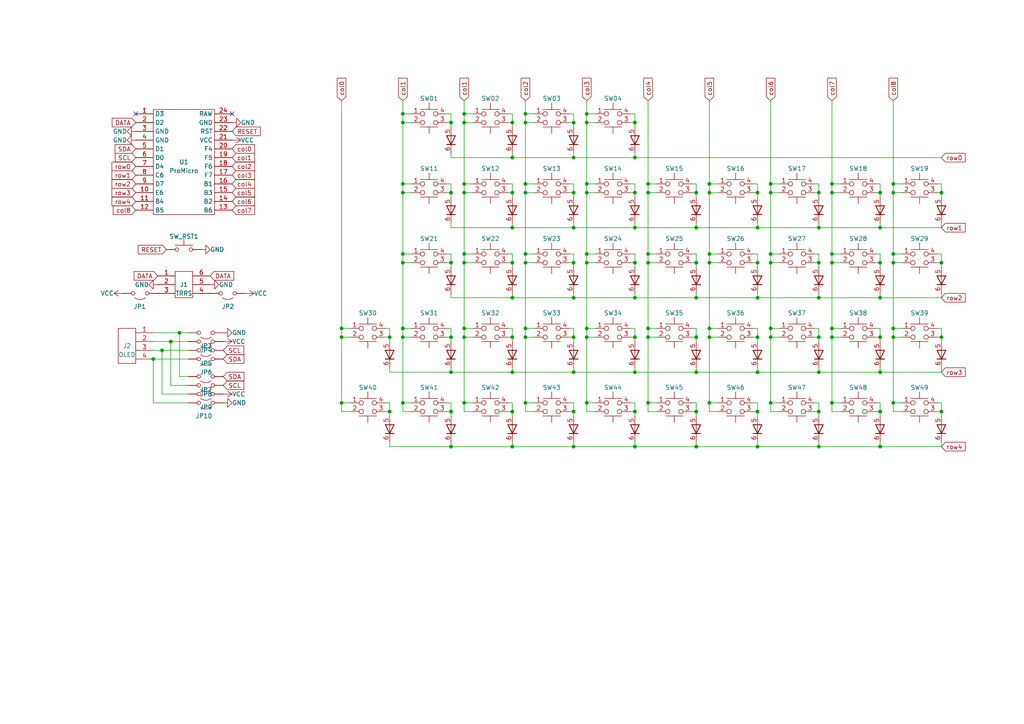
<source format=kicad_sch>
(kicad_sch (version 20230121) (generator eeschema)
  (paper "A4")
  (lib_symbols
    (symbol "Jumper:Jumper_2_Open" (pin_numbers hide) (pin_names (offset 0) hide)
      (property "Reference" "JP" (at 0 2.794 0))
      (property "Value" "Jumper_2_Open" (at 0 -2.286 0))
      (symbol "Jumper_2_Open_0_0"
        (circle (center -2.032 0) (radius 0.508))
        (circle (center 2.032 0) (radius 0.508))
      )
      (symbol "Jumper_2_Open_0_1"
        (arc (start 1.524 1.27) (mid 0 1.778) (end -1.524 1.27))
      )
      (symbol "Jumper_2_Open_1_1"
        (pin passive line (at -5.08 0 0) (length 2.54) (name "A") (number "1"))
        (pin passive line (at 5.08 0 180) (length 2.54) (name "B") (number "2"))
      )
    )
    (symbol "Jumper_2_Open_1" (pin_numbers hide) (pin_names (offset 0) hide)
      (property "Reference" "JP" (at 0 2.794 0))
      (property "Value" "Jumper_2_Open" (at 0 -2.286 0))
      (symbol "Jumper_2_Open_1_0_0"
        (circle (center -2.032 0) (radius 0.508))
        (circle (center 2.032 0) (radius 0.508))
      )
      (symbol "Jumper_2_Open_1_0_1"
        (arc (start 1.524 1.27) (mid 0 1.778) (end -1.524 1.27))
      )
      (symbol "Jumper_2_Open_1_1_1"
        (pin passive line (at -5.08 0 0) (length 2.54) (name "A") (number "1"))
        (pin passive line (at 5.08 0 180) (length 2.54) (name "B") (number "2"))
      )
    )
    (symbol "Switch:SW_Push" (pin_numbers hide) (pin_names (offset 1.016) hide)
      (property "Reference" "SW" (at 1.27 2.54 0))
      (property "Value" "SW_Push" (at 0 -1.524 0))
      (symbol "SW_Push_0_1"
        (circle (center -2.032 0) (radius 0.508))
        (polyline (pts (xy 0 1.27) (xy 0 3.048)))
        (polyline (pts (xy 2.54 1.27) (xy -2.54 1.27)))
        (circle (center 2.032 0) (radius 0.508))
        (pin passive line (at -5.08 0 0) (length 2.54) (name "1") (number "1"))
        (pin passive line (at 5.08 0 180) (length 2.54) (name "2") (number "2"))
      )
    )
    (symbol "myles-keyboard:Key"
      (property "Reference" "SW" (at 0 5.715 0))
      (property "Value" "Key" (at 0 -5.715 0))
      (symbol "Key_0_1"
        (circle (center -1.905 -1.27) (radius 0.635))
        (circle (center -1.905 1.27) (radius 0.635))
        (polyline (pts (xy -2.54 -2.54) (xy 2.54 -2.54)))
        (polyline (pts (xy -2.54 2.54) (xy 2.54 2.54)))
        (polyline (pts (xy 0 -4.445) (xy 0 -2.54)))
        (polyline (pts (xy 0 2.54) (xy 0 4.445)))
        (polyline (pts (xy 5.08 -7.62) (xy 7.62 -7.62)) (stroke (width 0.254)))
        (polyline (pts (xy 6.35 -5.08) (xy 6.35 -7.62)))
        (polyline (pts (xy 5.08 -5.08) (xy 7.62 -5.08) (xy 6.35 -7.62) (xy 5.08 -5.08)) (stroke (width 0.254)))
        (circle (center 1.905 -1.27) (radius 0.635))
        (circle (center 1.905 1.27) (radius 0.635))
      )
      (symbol "Key_1_1"
        (pin bidirectional line (at -5.08 1.27 0) (length 2.54) (name "") (number "1"))
        (pin bidirectional line (at -5.08 -1.27 0) (length 2.54) (name "") (number "2"))
        (pin bidirectional line (at 5.08 -1.27 180) (length 2.54) (name "") (number "3"))
        (pin bidirectional line (at 5.08 1.27 180) (length 2.54) (name "") (number "4"))
        (pin bidirectional line (at 6.35 -2.54 270) (length 2.54) (name "") (number "5"))
        (pin bidirectional line (at 6.35 -10.16 90) (length 2.54) (name "") (number "6"))
      )
    )
    (symbol "myles-keyboard:OLED"
      (property "Reference" "J" (at 0 0 0))
      (property "Value" "OLED" (at 0 -2.54 0))
      (symbol "OLED_0_1"
        (rectangle (start -2.54 5.08) (end 2.54 -5.08))
      )
      (symbol "OLED_1_1"
        (pin bidirectional line (at 7.62 3.81 180) (length 5.08) (name "") (number "1"))
        (pin bidirectional line (at 7.62 1.27 180) (length 5.08) (name "") (number "2"))
        (pin bidirectional line (at 7.62 -1.27 180) (length 5.08) (name "") (number "3"))
        (pin bidirectional line (at 7.62 -3.81 180) (length 5.08) (name "") (number "4"))
      )
    )
    (symbol "myles-keyboard:PJ-320A"
      (property "Reference" "J" (at 0 0 0))
      (property "Value" "TRRS" (at 0 -2.54 0))
      (symbol "PJ-320A_0_1"
        (rectangle (start -2.54 3.81) (end 2.54 -3.81))
      )
      (symbol "PJ-320A_1_1"
        (pin bidirectional line (at -7.62 2.54 0) (length 5.08) (name "") (number "1"))
        (pin bidirectional line (at -7.62 0 0) (length 5.08) (name "") (number "2"))
        (pin bidirectional line (at -7.62 -2.54 0) (length 5.08) (name "") (number "3"))
        (pin bidirectional line (at 7.62 -2.54 180) (length 5.08) (name "") (number "4"))
        (pin bidirectional line (at 7.62 0 180) (length 5.08) (name "") (number "5"))
        (pin bidirectional line (at 7.62 2.54 180) (length 5.08) (name "") (number "6"))
      )
    )
    (symbol "myles-keyboard:ProMicro"
      (property "Reference" "U" (at 0 0 0))
      (property "Value" "ProMicro" (at 0 -2.54 0))
      (symbol "ProMicro_0_1"
        (rectangle (start -8.89 15.24) (end 8.89 -15.24))
      )
      (symbol "ProMicro_1_1"
        (pin bidirectional line (at -13.97 13.97 0) (length 5.08) (name "D3") (number "1"))
        (pin bidirectional line (at -13.97 -8.89 0) (length 5.08) (name "E6") (number "10"))
        (pin bidirectional line (at -13.97 -11.43 0) (length 5.08) (name "B4") (number "11"))
        (pin bidirectional line (at -13.97 -13.97 0) (length 5.08) (name "B5") (number "12"))
        (pin bidirectional line (at 13.97 -13.97 180) (length 5.08) (name "B6") (number "13"))
        (pin bidirectional line (at 13.97 -11.43 180) (length 5.08) (name "B2") (number "14"))
        (pin bidirectional line (at 13.97 -8.89 180) (length 5.08) (name "B3") (number "15"))
        (pin bidirectional line (at 13.97 -6.35 180) (length 5.08) (name "B1") (number "16"))
        (pin bidirectional line (at 13.97 -3.81 180) (length 5.08) (name "F7") (number "17"))
        (pin bidirectional line (at 13.97 -1.27 180) (length 5.08) (name "F6") (number "18"))
        (pin bidirectional line (at 13.97 1.27 180) (length 5.08) (name "F5") (number "19"))
        (pin bidirectional line (at -13.97 11.43 0) (length 5.08) (name "D2") (number "2"))
        (pin bidirectional line (at 13.97 3.81 180) (length 5.08) (name "F4") (number "20"))
        (pin power_out line (at 13.97 6.35 180) (length 5.08) (name "VCC") (number "21"))
        (pin bidirectional line (at 13.97 8.89 180) (length 5.08) (name "RST") (number "22"))
        (pin power_out line (at 13.97 11.43 180) (length 5.08) (name "GND") (number "23"))
        (pin bidirectional line (at 13.97 13.97 180) (length 5.08) (name "RAW") (number "24"))
        (pin power_out line (at -13.97 8.89 0) (length 5.08) (name "GND") (number "3"))
        (pin power_out line (at -13.97 6.35 0) (length 5.08) (name "GND") (number "4"))
        (pin bidirectional line (at -13.97 3.81 0) (length 5.08) (name "D1") (number "5"))
        (pin bidirectional line (at -13.97 1.27 0) (length 5.08) (name "D0") (number "6"))
        (pin bidirectional line (at -13.97 -1.27 0) (length 5.08) (name "D4") (number "7"))
        (pin bidirectional line (at -13.97 -3.81 0) (length 5.08) (name "C6") (number "8"))
        (pin bidirectional line (at -13.97 -6.35 0) (length 5.08) (name "D7") (number "9"))
      )
    )
    (symbol "power:GND" (power) (pin_names (offset 0))
      (property "Value" "GND" (at 0 -3.81 0))
      (symbol "GND_0_1"
        (polyline (pts (xy 0 0) (xy 0 -1.27) (xy 1.27 -1.27) (xy 0 -2.54) (xy -1.27 -1.27) (xy 0 -1.27)))
      )
      (symbol "GND_1_1"
        (pin power_in line (at 0 0 270) (length 0) hide (name "GND") (number "1"))
      )
    )
    (symbol "power:VCC" (power) (pin_names (offset 0))
      (property "Value" "VCC" (at 0 3.81 0))
      (symbol "VCC_0_1"
        (polyline (pts (xy -0.762 1.27) (xy 0 2.54)))
        (polyline (pts (xy 0 0) (xy 0 2.54)))
        (polyline (pts (xy 0 2.54) (xy 0.762 1.27)))
      )
      (symbol "VCC_1_1"
        (pin power_in line (at 0 0 90) (length 0) hide (name "VCC") (number "1"))
      )
    )
  )
  (junction (at 255.27 55.88))
  (junction (at 241.3 73.66))
  (junction (at 116.84 116.84))
  (junction (at 259.08 95.25))
  (junction (at 205.74 53.34))
  (junction (at 273.05 119.38))
  (junction (at 187.96 53.34))
  (junction (at 170.18 53.34))
  (junction (at 46.99 101.6))
  (junction (at 223.52 55.88))
  (junction (at 52.07 96.52))
  (junction (at 170.18 95.25))
  (junction (at 152.4 97.79))
  (junction (at 184.15 86.36))
  (junction (at 152.4 116.84))
  (junction (at 205.74 73.66))
  (junction (at 166.37 107.95))
  (junction (at 166.37 129.54))
  (junction (at 184.15 129.54))
  (junction (at 148.59 107.95))
  (junction (at 116.84 95.25))
  (junction (at 170.18 55.88))
  (junction (at 223.52 97.79))
  (junction (at 187.96 76.2))
  (junction (at 134.62 33.02))
  (junction (at 130.81 76.2))
  (junction (at 187.96 116.84))
  (junction (at 152.4 55.88))
  (junction (at 152.4 33.02))
  (junction (at 166.37 76.2))
  (junction (at 152.4 53.34))
  (junction (at 259.08 97.79))
  (junction (at 130.81 97.79))
  (junction (at 255.27 129.54))
  (junction (at 184.15 35.56))
  (junction (at 259.08 55.88))
  (junction (at 116.84 55.88))
  (junction (at 205.74 76.2))
  (junction (at 49.53 99.06))
  (junction (at 273.05 76.2))
  (junction (at 134.62 97.79))
  (junction (at 170.18 33.02))
  (junction (at 201.93 129.54))
  (junction (at 205.74 97.79))
  (junction (at 116.84 97.79))
  (junction (at 237.49 119.38))
  (junction (at 187.96 55.88))
  (junction (at 201.93 76.2))
  (junction (at 237.49 86.36))
  (junction (at 152.4 95.25))
  (junction (at 201.93 107.95))
  (junction (at 166.37 97.79))
  (junction (at 241.3 97.79))
  (junction (at 184.15 107.95))
  (junction (at 130.81 55.88))
  (junction (at 99.06 116.84))
  (junction (at 170.18 97.79))
  (junction (at 219.71 66.04))
  (junction (at 170.18 73.66))
  (junction (at 134.62 95.25))
  (junction (at 205.74 95.25))
  (junction (at 116.84 76.2))
  (junction (at 184.15 55.88))
  (junction (at 237.49 107.95))
  (junction (at 255.27 107.95))
  (junction (at 184.15 119.38))
  (junction (at 241.3 53.34))
  (junction (at 166.37 35.56))
  (junction (at 223.52 73.66))
  (junction (at 219.71 76.2))
  (junction (at 116.84 33.02))
  (junction (at 148.59 55.88))
  (junction (at 184.15 45.72))
  (junction (at 219.71 86.36))
  (junction (at 219.71 55.88))
  (junction (at 116.84 73.66))
  (junction (at 219.71 107.95))
  (junction (at 99.06 95.25))
  (junction (at 166.37 66.04))
  (junction (at 187.96 95.25))
  (junction (at 219.71 119.38))
  (junction (at 241.3 116.84))
  (junction (at 130.81 35.56))
  (junction (at 241.3 76.2))
  (junction (at 130.81 119.38))
  (junction (at 148.59 119.38))
  (junction (at 201.93 66.04))
  (junction (at 148.59 45.72))
  (junction (at 148.59 86.36))
  (junction (at 152.4 73.66))
  (junction (at 241.3 55.88))
  (junction (at 134.62 73.66))
  (junction (at 201.93 55.88))
  (junction (at 237.49 55.88))
  (junction (at 223.52 53.34))
  (junction (at 148.59 66.04))
  (junction (at 113.03 97.79))
  (junction (at 130.81 129.54))
  (junction (at 237.49 76.2))
  (junction (at 116.84 53.34))
  (junction (at 223.52 116.84))
  (junction (at 184.15 97.79))
  (junction (at 134.62 116.84))
  (junction (at 148.59 129.54))
  (junction (at 255.27 76.2))
  (junction (at 237.49 66.04))
  (junction (at 184.15 66.04))
  (junction (at 205.74 116.84))
  (junction (at 170.18 116.84))
  (junction (at 255.27 86.36))
  (junction (at 184.15 76.2))
  (junction (at 152.4 76.2))
  (junction (at 99.06 97.79))
  (junction (at 148.59 97.79))
  (junction (at 255.27 66.04))
  (junction (at 201.93 119.38))
  (junction (at 241.3 95.25))
  (junction (at 187.96 97.79))
  (junction (at 134.62 35.56))
  (junction (at 170.18 76.2))
  (junction (at 170.18 35.56))
  (junction (at 152.4 35.56))
  (junction (at 219.71 129.54))
  (junction (at 44.45 104.14))
  (junction (at 273.05 55.88))
  (junction (at 273.05 97.79))
  (junction (at 134.62 76.2))
  (junction (at 166.37 119.38))
  (junction (at 205.74 55.88))
  (junction (at 148.59 76.2))
  (junction (at 166.37 45.72))
  (junction (at 166.37 86.36))
  (junction (at 201.93 97.79))
  (junction (at 130.81 107.95))
  (junction (at 148.59 35.56))
  (junction (at 223.52 76.2))
  (junction (at 134.62 55.88))
  (junction (at 255.27 119.38))
  (junction (at 237.49 129.54))
  (junction (at 255.27 97.79))
  (junction (at 187.96 73.66))
  (junction (at 237.49 97.79))
  (junction (at 166.37 55.88))
  (junction (at 259.08 73.66))
  (junction (at 259.08 116.84))
  (junction (at 219.71 97.79))
  (junction (at 113.03 119.38))
  (junction (at 201.93 86.36))
  (junction (at 259.08 76.2))
  (junction (at 259.08 53.34))
  (junction (at 134.62 53.34))
  (junction (at 223.52 95.25))
  (junction (at 116.84 35.56))
  (no_connect (at 67.31 33.02))
  (no_connect (at 39.37 33.02))
  (wire (pts (xy 184.15 45.72) (xy 273.05 45.72)))
  (wire (pts (xy 170.18 55.88) (xy 170.18 73.66)))
  (wire (pts (xy 148.59 116.84) (xy 148.59 119.38)))
  (wire (pts (xy 116.84 33.02) (xy 116.84 35.56)))
  (wire (pts (xy 219.71 53.34) (xy 219.71 55.88)))
  (wire (pts (xy 241.3 73.66) (xy 243.84 73.66)))
  (wire (pts (xy 219.71 66.04) (xy 201.93 66.04)))
  (wire (pts (xy 255.27 95.25) (xy 255.27 97.79)))
  (wire (pts (xy 254 95.25) (xy 255.27 95.25)))
  (wire (pts (xy 271.78 97.79) (xy 273.05 97.79)))
  (wire (pts (xy 130.81 55.88) (xy 130.81 57.15)))
  (wire (pts (xy 201.93 73.66) (xy 201.93 76.2)))
  (wire (pts (xy 134.62 116.84) (xy 137.16 116.84)))
  (wire (pts (xy 241.3 53.34) (xy 241.3 55.88)))
  (wire (pts (xy 54.61 116.84) (xy 44.45 116.84)))
  (wire (pts (xy 44.45 116.84) (xy 44.45 104.14)))
  (wire (pts (xy 182.88 53.34) (xy 184.15 53.34)))
  (wire (pts (xy 187.96 97.79) (xy 187.96 116.84)))
  (wire (pts (xy 165.1 116.84) (xy 166.37 116.84)))
  (wire (pts (xy 205.74 76.2) (xy 205.74 95.25)))
  (wire (pts (xy 205.74 116.84) (xy 205.74 119.38)))
  (wire (pts (xy 172.72 119.38) (xy 170.18 119.38)))
  (wire (pts (xy 241.3 73.66) (xy 241.3 76.2)))
  (wire (pts (xy 208.28 55.88) (xy 205.74 55.88)))
  (wire (pts (xy 271.78 116.84) (xy 273.05 116.84)))
  (wire (pts (xy 241.3 116.84) (xy 243.84 116.84)))
  (wire (pts (xy 116.84 35.56) (xy 116.84 53.34)))
  (wire (pts (xy 166.37 53.34) (xy 166.37 55.88)))
  (wire (pts (xy 259.08 116.84) (xy 261.62 116.84)))
  (wire (pts (xy 273.05 119.38) (xy 273.05 120.65)))
  (wire (pts (xy 113.03 95.25) (xy 111.76 95.25)))
  (wire (pts (xy 113.03 119.38) (xy 113.03 116.84)))
  (wire (pts (xy 200.66 55.88) (xy 201.93 55.88)))
  (wire (pts (xy 113.03 107.95) (xy 113.03 106.68)))
  (wire (pts (xy 241.3 97.79) (xy 241.3 116.84)))
  (wire (pts (xy 182.88 119.38) (xy 184.15 119.38)))
  (wire (pts (xy 99.06 97.79) (xy 99.06 116.84)))
  (wire (pts (xy 271.78 53.34) (xy 273.05 53.34)))
  (wire (pts (xy 152.4 95.25) (xy 154.94 95.25)))
  (wire (pts (xy 184.15 76.2) (xy 184.15 77.47)))
  (wire (pts (xy 130.81 97.79) (xy 130.81 99.06)))
  (wire (pts (xy 44.45 104.14) (xy 54.61 104.14)))
  (wire (pts (xy 237.49 76.2) (xy 237.49 77.47)))
  (wire (pts (xy 223.52 73.66) (xy 226.06 73.66)))
  (wire (pts (xy 201.93 55.88) (xy 201.93 57.15)))
  (wire (pts (xy 137.16 97.79) (xy 134.62 97.79)))
  (wire (pts (xy 201.93 86.36) (xy 184.15 86.36)))
  (wire (pts (xy 166.37 64.77) (xy 166.37 66.04)))
  (wire (pts (xy 205.74 53.34) (xy 208.28 53.34)))
  (wire (pts (xy 187.96 29.21) (xy 187.96 53.34)))
  (wire (pts (xy 237.49 97.79) (xy 237.49 99.06)))
  (wire (pts (xy 200.66 97.79) (xy 201.93 97.79)))
  (wire (pts (xy 152.4 33.02) (xy 152.4 35.56)))
  (wire (pts (xy 187.96 53.34) (xy 190.5 53.34)))
  (wire (pts (xy 147.32 35.56) (xy 148.59 35.56)))
  (wire (pts (xy 152.4 116.84) (xy 154.94 116.84)))
  (wire (pts (xy 255.27 128.27) (xy 255.27 129.54)))
  (wire (pts (xy 148.59 64.77) (xy 148.59 66.04)))
  (wire (pts (xy 148.59 44.45) (xy 148.59 45.72)))
  (wire (pts (xy 147.32 116.84) (xy 148.59 116.84)))
  (wire (pts (xy 129.54 116.84) (xy 130.81 116.84)))
  (wire (pts (xy 200.66 53.34) (xy 201.93 53.34)))
  (wire (pts (xy 129.54 95.25) (xy 130.81 95.25)))
  (wire (pts (xy 273.05 76.2) (xy 273.05 77.47)))
  (wire (pts (xy 148.59 106.68) (xy 148.59 107.95)))
  (wire (pts (xy 130.81 44.45) (xy 130.81 45.72)))
  (wire (pts (xy 236.22 116.84) (xy 237.49 116.84)))
  (wire (pts (xy 116.84 33.02) (xy 119.38 33.02)))
  (wire (pts (xy 166.37 85.09) (xy 166.37 86.36)))
  (wire (pts (xy 165.1 55.88) (xy 166.37 55.88)))
  (wire (pts (xy 134.62 97.79) (xy 134.62 116.84)))
  (wire (pts (xy 223.52 76.2) (xy 223.52 95.25)))
  (wire (pts (xy 116.84 116.84) (xy 119.38 116.84)))
  (wire (pts (xy 273.05 107.95) (xy 255.27 107.95)))
  (wire (pts (xy 223.52 95.25) (xy 223.52 97.79)))
  (wire (pts (xy 273.05 55.88) (xy 273.05 57.15)))
  (wire (pts (xy 208.28 119.38) (xy 205.74 119.38)))
  (wire (pts (xy 184.15 73.66) (xy 184.15 76.2)))
  (wire (pts (xy 147.32 97.79) (xy 148.59 97.79)))
  (wire (pts (xy 219.71 116.84) (xy 219.71 119.38)))
  (wire (pts (xy 223.52 73.66) (xy 223.52 76.2)))
  (wire (pts (xy 273.05 128.27) (xy 273.05 129.54)))
  (wire (pts (xy 129.54 35.56) (xy 130.81 35.56)))
  (wire (pts (xy 236.22 76.2) (xy 237.49 76.2)))
  (wire (pts (xy 259.08 55.88) (xy 259.08 73.66)))
  (wire (pts (xy 259.08 73.66) (xy 261.62 73.66)))
  (wire (pts (xy 187.96 55.88) (xy 187.96 73.66)))
  (wire (pts (xy 130.81 45.72) (xy 148.59 45.72)))
  (wire (pts (xy 172.72 97.79) (xy 170.18 97.79)))
  (wire (pts (xy 205.74 116.84) (xy 208.28 116.84)))
  (wire (pts (xy 130.81 35.56) (xy 130.81 36.83)))
  (wire (pts (xy 200.66 73.66) (xy 201.93 73.66)))
  (wire (pts (xy 148.59 33.02) (xy 148.59 35.56)))
  (wire (pts (xy 273.05 86.36) (xy 255.27 86.36)))
  (wire (pts (xy 170.18 33.02) (xy 170.18 35.56)))
  (wire (pts (xy 152.4 116.84) (xy 152.4 119.38)))
  (wire (pts (xy 241.3 55.88) (xy 241.3 73.66)))
  (wire (pts (xy 152.4 95.25) (xy 152.4 97.79)))
  (wire (pts (xy 219.71 128.27) (xy 219.71 129.54)))
  (wire (pts (xy 255.27 116.84) (xy 255.27 119.38)))
  (wire (pts (xy 152.4 29.21) (xy 152.4 33.02)))
  (wire (pts (xy 236.22 73.66) (xy 237.49 73.66)))
  (wire (pts (xy 137.16 76.2) (xy 134.62 76.2)))
  (wire (pts (xy 187.96 73.66) (xy 190.5 73.66)))
  (wire (pts (xy 148.59 119.38) (xy 148.59 120.65)))
  (wire (pts (xy 273.05 116.84) (xy 273.05 119.38)))
  (wire (pts (xy 219.71 73.66) (xy 219.71 76.2)))
  (wire (pts (xy 255.27 55.88) (xy 255.27 57.15)))
  (wire (pts (xy 254 53.34) (xy 255.27 53.34)))
  (wire (pts (xy 184.15 119.38) (xy 184.15 120.65)))
  (wire (pts (xy 134.62 35.56) (xy 134.62 53.34)))
  (wire (pts (xy 148.59 97.79) (xy 148.59 99.06)))
  (wire (pts (xy 205.74 95.25) (xy 208.28 95.25)))
  (wire (pts (xy 187.96 95.25) (xy 187.96 97.79)))
  (wire (pts (xy 241.3 29.21) (xy 241.3 53.34)))
  (wire (pts (xy 182.88 35.56) (xy 184.15 35.56)))
  (wire (pts (xy 166.37 97.79) (xy 166.37 99.06)))
  (wire (pts (xy 255.27 73.66) (xy 255.27 76.2)))
  (wire (pts (xy 237.49 85.09) (xy 237.49 86.36)))
  (wire (pts (xy 152.4 73.66) (xy 152.4 76.2)))
  (wire (pts (xy 166.37 73.66) (xy 166.37 76.2)))
  (wire (pts (xy 205.74 73.66) (xy 208.28 73.66)))
  (wire (pts (xy 273.05 85.09) (xy 273.05 86.36)))
  (wire (pts (xy 218.44 116.84) (xy 219.71 116.84)))
  (wire (pts (xy 170.18 97.79) (xy 170.18 116.84)))
  (wire (pts (xy 170.18 29.21) (xy 170.18 33.02)))
  (wire (pts (xy 273.05 129.54) (xy 255.27 129.54)))
  (wire (pts (xy 113.03 129.54) (xy 113.03 128.27)))
  (wire (pts (xy 201.93 95.25) (xy 201.93 97.79)))
  (wire (pts (xy 259.08 29.21) (xy 259.08 53.34)))
  (wire (pts (xy 116.84 29.21) (xy 116.84 33.02)))
  (wire (pts (xy 165.1 76.2) (xy 166.37 76.2)))
  (wire (pts (xy 184.15 53.34) (xy 184.15 55.88)))
  (wire (pts (xy 52.07 96.52) (xy 54.61 96.52)))
  (wire (pts (xy 182.88 76.2) (xy 184.15 76.2)))
  (wire (pts (xy 218.44 95.25) (xy 219.71 95.25)))
  (wire (pts (xy 218.44 76.2) (xy 219.71 76.2)))
  (wire (pts (xy 201.93 116.84) (xy 201.93 119.38)))
  (wire (pts (xy 201.93 129.54) (xy 184.15 129.54)))
  (wire (pts (xy 273.05 73.66) (xy 273.05 76.2)))
  (wire (pts (xy 182.88 95.25) (xy 184.15 95.25)))
  (wire (pts (xy 243.84 97.79) (xy 241.3 97.79)))
  (wire (pts (xy 170.18 73.66) (xy 170.18 76.2)))
  (wire (pts (xy 166.37 128.27) (xy 166.37 129.54)))
  (wire (pts (xy 130.81 107.95) (xy 148.59 107.95)))
  (wire (pts (xy 237.49 106.68) (xy 237.49 107.95)))
  (wire (pts (xy 201.93 128.27) (xy 201.93 129.54)))
  (wire (pts (xy 201.93 66.04) (xy 184.15 66.04)))
  (wire (pts (xy 254 119.38) (xy 255.27 119.38)))
  (wire (pts (xy 184.15 128.27) (xy 184.15 129.54)))
  (wire (pts (xy 184.15 35.56) (xy 184.15 36.83)))
  (wire (pts (xy 148.59 85.09) (xy 148.59 86.36)))
  (wire (pts (xy 170.18 33.02) (xy 172.72 33.02)))
  (wire (pts (xy 261.62 76.2) (xy 259.08 76.2)))
  (wire (pts (xy 236.22 97.79) (xy 237.49 97.79)))
  (wire (pts (xy 170.18 76.2) (xy 170.18 95.25)))
  (wire (pts (xy 137.16 119.38) (xy 134.62 119.38)))
  (wire (pts (xy 99.06 95.25) (xy 99.06 97.79)))
  (wire (pts (xy 152.4 97.79) (xy 152.4 116.84)))
  (wire (pts (xy 226.06 97.79) (xy 223.52 97.79)))
  (wire (pts (xy 237.49 86.36) (xy 219.71 86.36)))
  (wire (pts (xy 205.74 73.66) (xy 205.74 76.2)))
  (wire (pts (xy 201.93 53.34) (xy 201.93 55.88)))
  (wire (pts (xy 99.06 97.79) (xy 101.6 97.79)))
  (wire (pts (xy 223.52 53.34) (xy 226.06 53.34)))
  (wire (pts (xy 129.54 55.88) (xy 130.81 55.88)))
  (wire (pts (xy 166.37 76.2) (xy 166.37 77.47)))
  (wire (pts (xy 187.96 53.34) (xy 187.96 55.88)))
  (wire (pts (xy 129.54 53.34) (xy 130.81 53.34)))
  (wire (pts (xy 190.5 119.38) (xy 187.96 119.38)))
  (wire (pts (xy 237.49 107.95) (xy 219.71 107.95)))
  (wire (pts (xy 129.54 73.66) (xy 130.81 73.66)))
  (wire (pts (xy 148.59 107.95) (xy 166.37 107.95)))
  (wire (pts (xy 116.84 73.66) (xy 116.84 76.2)))
  (wire (pts (xy 254 55.88) (xy 255.27 55.88)))
  (wire (pts (xy 147.32 76.2) (xy 148.59 76.2)))
  (wire (pts (xy 200.66 116.84) (xy 201.93 116.84)))
  (wire (pts (xy 187.96 73.66) (xy 187.96 76.2)))
  (wire (pts (xy 170.18 116.84) (xy 170.18 119.38)))
  (wire (pts (xy 129.54 76.2) (xy 130.81 76.2)))
  (wire (pts (xy 273.05 64.77) (xy 273.05 66.04)))
  (wire (pts (xy 113.03 97.79) (xy 113.03 99.06)))
  (wire (pts (xy 237.49 119.38) (xy 237.49 120.65)))
  (wire (pts (xy 237.49 116.84) (xy 237.49 119.38)))
  (wire (pts (xy 154.94 55.88) (xy 152.4 55.88)))
  (wire (pts (xy 152.4 53.34) (xy 152.4 55.88)))
  (wire (pts (xy 182.88 33.02) (xy 184.15 33.02)))
  (wire (pts (xy 46.99 101.6) (xy 54.61 101.6)))
  (wire (pts (xy 165.1 53.34) (xy 166.37 53.34)))
  (wire (pts (xy 152.4 33.02) (xy 154.94 33.02)))
  (wire (pts (xy 255.27 129.54) (xy 237.49 129.54)))
  (wire (pts (xy 243.84 55.88) (xy 241.3 55.88)))
  (wire (pts (xy 44.45 96.52) (xy 52.07 96.52)))
  (wire (pts (xy 170.18 116.84) (xy 172.72 116.84)))
  (wire (pts (xy 166.37 33.02) (xy 166.37 35.56)))
  (wire (pts (xy 184.15 86.36) (xy 166.37 86.36)))
  (wire (pts (xy 134.62 29.21) (xy 134.62 33.02)))
  (wire (pts (xy 130.81 119.38) (xy 130.81 120.65)))
  (wire (pts (xy 148.59 86.36) (xy 166.37 86.36)))
  (wire (pts (xy 130.81 106.68) (xy 130.81 107.95)))
  (wire (pts (xy 165.1 33.02) (xy 166.37 33.02)))
  (wire (pts (xy 187.96 76.2) (xy 187.96 95.25)))
  (wire (pts (xy 259.08 73.66) (xy 259.08 76.2)))
  (wire (pts (xy 201.93 85.09) (xy 201.93 86.36)))
  (wire (pts (xy 273.05 53.34) (xy 273.05 55.88)))
  (wire (pts (xy 237.49 66.04) (xy 219.71 66.04)))
  (wire (pts (xy 137.16 55.88) (xy 134.62 55.88)))
  (wire (pts (xy 170.18 35.56) (xy 170.18 53.34)))
  (wire (pts (xy 147.32 95.25) (xy 148.59 95.25)))
  (wire (pts (xy 241.3 95.25) (xy 243.84 95.25)))
  (wire (pts (xy 134.62 73.66) (xy 134.62 76.2)))
  (wire (pts (xy 259.08 53.34) (xy 261.62 53.34)))
  (wire (pts (xy 255.27 97.79) (xy 255.27 99.06)))
  (wire (pts (xy 99.06 116.84) (xy 101.6 116.84)))
  (wire (pts (xy 165.1 119.38) (xy 166.37 119.38)))
  (wire (pts (xy 49.53 99.06) (xy 54.61 99.06)))
  (wire (pts (xy 201.93 64.77) (xy 201.93 66.04)))
  (wire (pts (xy 130.81 53.34) (xy 130.81 55.88)))
  (wire (pts (xy 152.4 53.34) (xy 154.94 53.34)))
  (wire (pts (xy 166.37 106.68) (xy 166.37 107.95)))
  (wire (pts (xy 147.32 73.66) (xy 148.59 73.66)))
  (wire (pts (xy 218.44 73.66) (xy 219.71 73.66)))
  (wire (pts (xy 219.71 97.79) (xy 219.71 99.06)))
  (wire (pts (xy 46.99 114.3) (xy 46.99 101.6)))
  (wire (pts (xy 148.59 129.54) (xy 166.37 129.54)))
  (wire (pts (xy 148.59 73.66) (xy 148.59 76.2)))
  (wire (pts (xy 99.06 119.38) (xy 101.6 119.38)))
  (wire (pts (xy 219.71 86.36) (xy 201.93 86.36)))
  (wire (pts (xy 130.81 85.09) (xy 130.81 86.36)))
  (wire (pts (xy 219.71 55.88) (xy 219.71 57.15)))
  (wire (pts (xy 237.49 128.27) (xy 237.49 129.54)))
  (wire (pts (xy 205.74 55.88) (xy 205.74 73.66)))
  (wire (pts (xy 184.15 45.72) (xy 166.37 45.72)))
  (wire (pts (xy 134.62 55.88) (xy 134.62 73.66)))
  (wire (pts (xy 119.38 119.38) (xy 116.84 119.38)))
  (wire (pts (xy 148.59 35.56) (xy 148.59 36.83)))
  (wire (pts (xy 237.49 64.77) (xy 237.49 66.04)))
  (wire (pts (xy 166.37 44.45) (xy 166.37 45.72)))
  (wire (pts (xy 236.22 119.38) (xy 237.49 119.38)))
  (wire (pts (xy 165.1 95.25) (xy 166.37 95.25)))
  (wire (pts (xy 116.84 95.25) (xy 119.38 95.25)))
  (wire (pts (xy 255.27 64.77) (xy 255.27 66.04)))
  (wire (pts (xy 237.49 53.34) (xy 237.49 55.88)))
  (wire (pts (xy 134.62 116.84) (xy 134.62 119.38)))
  (wire (pts (xy 154.94 35.56) (xy 152.4 35.56)))
  (wire (pts (xy 223.52 116.84) (xy 223.52 119.38)))
  (wire (pts (xy 205.74 53.34) (xy 205.74 55.88)))
  (wire (pts (xy 184.15 107.95) (xy 166.37 107.95)))
  (wire (pts (xy 147.32 119.38) (xy 148.59 119.38)))
  (wire (pts (xy 223.52 116.84) (xy 226.06 116.84)))
  (wire (pts (xy 130.81 128.27) (xy 130.81 129.54)))
  (wire (pts (xy 184.15 97.79) (xy 184.15 99.06)))
  (wire (pts (xy 182.88 73.66) (xy 184.15 73.66)))
  (wire (pts (xy 190.5 97.79) (xy 187.96 97.79)))
  (wire (pts (xy 223.52 95.25) (xy 226.06 95.25)))
  (wire (pts (xy 254 97.79) (xy 255.27 97.79)))
  (wire (pts (xy 187.96 116.84) (xy 187.96 119.38)))
  (wire (pts (xy 134.62 73.66) (xy 137.16 73.66)))
  (wire (pts (xy 261.62 119.38) (xy 259.08 119.38)))
  (wire (pts (xy 261.62 97.79) (xy 259.08 97.79)))
  (wire (pts (xy 255.27 106.68) (xy 255.27 107.95)))
  (wire (pts (xy 54.61 109.22) (xy 52.07 109.22)))
  (wire (pts (xy 187.96 116.84) (xy 190.5 116.84)))
  (wire (pts (xy 134.62 76.2) (xy 134.62 95.25)))
  (wire (pts (xy 271.78 76.2) (xy 273.05 76.2)))
  (wire (pts (xy 243.84 76.2) (xy 241.3 76.2)))
  (wire (pts (xy 259.08 95.25) (xy 259.08 97.79)))
  (wire (pts (xy 44.45 99.06) (xy 49.53 99.06)))
  (wire (pts (xy 154.94 97.79) (xy 152.4 97.79)))
  (wire (pts (xy 119.38 35.56) (xy 116.84 35.56)))
  (wire (pts (xy 241.3 53.34) (xy 243.84 53.34)))
  (wire (pts (xy 130.81 76.2) (xy 130.81 77.47)))
  (wire (pts (xy 254 116.84) (xy 255.27 116.84)))
  (wire (pts (xy 223.52 29.21) (xy 223.52 53.34)))
  (wire (pts (xy 273.05 66.04) (xy 255.27 66.04)))
  (wire (pts (xy 273.05 106.68) (xy 273.05 107.95)))
  (wire (pts (xy 130.81 116.84) (xy 130.81 119.38)))
  (wire (pts (xy 130.81 95.25) (xy 130.81 97.79)))
  (wire (pts (xy 148.59 95.25) (xy 148.59 97.79)))
  (wire (pts (xy 52.07 109.22) (xy 52.07 96.52)))
  (wire (pts (xy 170.18 53.34) (xy 170.18 55.88)))
  (wire (pts (xy 254 76.2) (xy 255.27 76.2)))
  (wire (pts (xy 184.15 116.84) (xy 184.15 119.38)))
  (wire (pts (xy 166.37 55.88) (xy 166.37 57.15)))
  (wire (pts (xy 134.62 95.25) (xy 137.16 95.25)))
  (wire (pts (xy 208.28 97.79) (xy 205.74 97.79)))
  (wire (pts (xy 255.27 53.34) (xy 255.27 55.88)))
  (wire (pts (xy 154.94 119.38) (xy 152.4 119.38)))
  (wire (pts (xy 205.74 97.79) (xy 205.74 116.84)))
  (wire (pts (xy 184.15 106.68) (xy 184.15 107.95)))
  (wire (pts (xy 148.59 76.2) (xy 148.59 77.47)))
  (wire (pts (xy 148.59 53.34) (xy 148.59 55.88)))
  (wire (pts (xy 152.4 55.88) (xy 152.4 73.66)))
  (wire (pts (xy 130.81 33.02) (xy 130.81 35.56)))
  (wire (pts (xy 259.08 97.79) (xy 259.08 116.84)))
  (wire (pts (xy 165.1 97.79) (xy 166.37 97.79)))
  (wire (pts (xy 259.08 76.2) (xy 259.08 95.25)))
  (wire (pts (xy 116.84 76.2) (xy 116.84 95.25)))
  (wire (pts (xy 166.37 116.84) (xy 166.37 119.38)))
  (wire (pts (xy 255.27 119.38) (xy 255.27 120.65)))
  (wire (pts (xy 170.18 53.34) (xy 172.72 53.34)))
  (wire (pts (xy 147.32 55.88) (xy 148.59 55.88)))
  (wire (pts (xy 182.88 116.84) (xy 184.15 116.84)))
  (wire (pts (xy 165.1 35.56) (xy 166.37 35.56)))
  (wire (pts (xy 134.62 53.34) (xy 137.16 53.34)))
  (wire (pts (xy 261.62 55.88) (xy 259.08 55.88)))
  (wire (pts (xy 259.08 95.25) (xy 261.62 95.25)))
  (wire (pts (xy 219.71 76.2) (xy 219.71 77.47)))
  (wire (pts (xy 170.18 95.25) (xy 170.18 97.79)))
  (wire (pts (xy 49.53 111.76) (xy 49.53 99.06)))
  (wire (pts (xy 113.03 116.84) (xy 111.76 116.84)))
  (wire (pts (xy 236.22 53.34) (xy 237.49 53.34)))
  (wire (pts (xy 148.59 66.04) (xy 166.37 66.04)))
  (wire (pts (xy 223.52 97.79) (xy 223.52 116.84)))
  (wire (pts (xy 255.27 86.36) (xy 237.49 86.36)))
  (wire (pts (xy 99.06 95.25) (xy 101.6 95.25)))
  (wire (pts (xy 200.66 76.2) (xy 201.93 76.2)))
  (wire (pts (xy 116.84 95.25) (xy 116.84 97.79)))
  (wire (pts (xy 184.15 66.04) (xy 166.37 66.04)))
  (wire (pts (xy 237.49 55.88) (xy 237.49 57.15)))
  (wire (pts (xy 259.08 53.34) (xy 259.08 55.88)))
  (wire (pts (xy 116.84 53.34) (xy 119.38 53.34)))
  (wire (pts (xy 219.71 107.95) (xy 201.93 107.95)))
  (wire (pts (xy 208.28 76.2) (xy 205.74 76.2)))
  (wire (pts (xy 113.03 97.79) (xy 113.03 95.25)))
  (wire (pts (xy 201.93 106.68) (xy 201.93 107.95)))
  (wire (pts (xy 271.78 119.38) (xy 273.05 119.38)))
  (wire (pts (xy 218.44 55.88) (xy 219.71 55.88)))
  (wire (pts (xy 137.16 35.56) (xy 134.62 35.56)))
  (wire (pts (xy 184.15 85.09) (xy 184.15 86.36)))
  (wire (pts (xy 219.71 129.54) (xy 201.93 129.54)))
  (wire (pts (xy 241.3 116.84) (xy 241.3 119.38)))
  (wire (pts (xy 184.15 129.54) (xy 166.37 129.54)))
  (wire (pts (xy 271.78 55.88) (xy 273.05 55.88)))
  (wire (pts (xy 113.03 107.95) (xy 130.81 107.95)))
  (wire (pts (xy 271.78 95.25) (xy 273.05 95.25)))
  (wire (pts (xy 273.05 95.25) (xy 273.05 97.79)))
  (wire (pts (xy 148.59 45.72) (xy 166.37 45.72)))
  (wire (pts (xy 116.84 73.66) (xy 119.38 73.66)))
  (wire (pts (xy 205.74 29.21) (xy 205.74 53.34)))
  (wire (pts (xy 130.81 73.66) (xy 130.81 76.2)))
  (wire (pts (xy 219.71 106.68) (xy 219.71 107.95)))
  (wire (pts (xy 218.44 97.79) (xy 219.71 97.79)))
  (wire (pts (xy 147.32 33.02) (xy 148.59 33.02)))
  (wire (pts (xy 129.54 33.02) (xy 130.81 33.02)))
  (wire (pts (xy 219.71 119.38) (xy 219.71 120.65)))
  (wire (pts (xy 130.81 66.04) (xy 148.59 66.04)))
  (wire (pts (xy 172.72 35.56) (xy 170.18 35.56)))
  (wire (pts (xy 165.1 73.66) (xy 166.37 73.66)))
  (wire (pts (xy 200.66 95.25) (xy 201.93 95.25)))
  (wire (pts (xy 44.45 101.6) (xy 46.99 101.6)))
  (wire (pts (xy 218.44 53.34) (xy 219.71 53.34)))
  (wire (pts (xy 147.32 53.34) (xy 148.59 53.34)))
  (wire (pts (xy 99.06 29.21) (xy 99.06 95.25)))
  (wire (pts (xy 190.5 76.2) (xy 187.96 76.2)))
  (wire (pts (xy 113.03 129.54) (xy 130.81 129.54)))
  (wire (pts (xy 241.3 76.2) (xy 241.3 95.25)))
  (wire (pts (xy 200.66 119.38) (xy 201.93 119.38)))
  (wire (pts (xy 219.71 85.09) (xy 219.71 86.36)))
  (wire (pts (xy 111.76 97.79) (xy 113.03 97.79)))
  (wire (pts (xy 129.54 97.79) (xy 130.81 97.79)))
  (wire (pts (xy 201.93 76.2) (xy 201.93 77.47)))
  (wire (pts (xy 226.06 55.88) (xy 223.52 55.88)))
  (wire (pts (xy 182.88 97.79) (xy 184.15 97.79)))
  (wire (pts (xy 113.03 119.38) (xy 113.03 120.65)))
  (wire (pts (xy 184.15 95.25) (xy 184.15 97.79)))
  (wire (pts (xy 154.94 76.2) (xy 152.4 76.2)))
  (wire (pts (xy 129.54 119.38) (xy 130.81 119.38)))
  (wire (pts (xy 184.15 44.45) (xy 184.15 45.72)))
  (wire (pts (xy 166.37 95.25) (xy 166.37 97.79)))
  (wire (pts (xy 116.84 116.84) (xy 116.84 119.38)))
  (wire (pts (xy 205.74 95.25) (xy 205.74 97.79)))
  (wire (pts (xy 130.81 64.77) (xy 130.81 66.04)))
  (wire (pts (xy 237.49 95.25) (xy 237.49 97.79)))
  (wire (pts (xy 54.61 111.76) (xy 49.53 111.76)))
  (wire (pts (xy 237.49 73.66) (xy 237.49 76.2)))
  (wire (pts (xy 134.62 95.25) (xy 134.62 97.79)))
  (wire (pts (xy 218.44 119.38) (xy 219.71 119.38)))
  (wire (pts (xy 54.61 114.3) (xy 46.99 114.3)))
  (wire (pts (xy 255.27 76.2) (xy 255.27 77.47)))
  (wire (pts (xy 119.38 76.2) (xy 116.84 76.2)))
  (wire (pts (xy 187.96 95.25) (xy 190.5 95.25)))
  (wire (pts (xy 255.27 85.09) (xy 255.27 86.36)))
  (wire (pts (xy 201.93 97.79) (xy 201.93 99.06)))
  (wire (pts (xy 116.84 53.34) (xy 116.84 55.88)))
  (wire (pts (xy 172.72 55.88) (xy 170.18 55.88)))
  (wire (pts (xy 152.4 76.2) (xy 152.4 95.25)))
  (wire (pts (xy 259.08 116.84) (xy 259.08 119.38)))
  (wire (pts (xy 119.38 55.88) (xy 116.84 55.88)))
  (wire (pts (xy 201.93 107.95) (xy 184.15 107.95)))
  (wire (pts (xy 184.15 64.77) (xy 184.15 66.04)))
  (wire (pts (xy 255.27 107.95) (xy 237.49 107.95)))
  (wire (pts (xy 226.06 76.2) (xy 223.52 76.2)))
  (wire (pts (xy 219.71 64.77) (xy 219.71 66.04)))
  (wire (pts (xy 99.06 116.84) (xy 99.06 119.38)))
  (wire (pts (xy 152.4 73.66) (xy 154.94 73.66)))
  (wire (pts (xy 223.52 53.34) (xy 223.52 55.88)))
  (wire (pts (xy 223.52 55.88) (xy 223.52 73.66)))
  (wire (pts (xy 134.62 33.02) (xy 134.62 35.56)))
  (wire (pts (xy 152.4 35.56) (xy 152.4 53.34)))
  (wire (pts (xy 190.5 55.88) (xy 187.96 55.88)))
  (wire (pts (xy 184.15 33.02) (xy 184.15 35.56)))
  (wire (pts (xy 134.62 33.02) (xy 137.16 33.02)))
  (wire (pts (xy 241.3 95.25) (xy 241.3 97.79)))
  (wire (pts (xy 219.71 95.25) (xy 219.71 97.79)))
  (wire (pts (xy 148.59 128.27) (xy 148.59 129.54)))
  (wire (pts (xy 116.84 55.88) (xy 116.84 73.66)))
  (wire (pts (xy 148.59 55.88) (xy 148.59 57.15)))
  (wire (pts (xy 116.84 97.79) (xy 116.84 116.84)))
  (wire (pts (xy 226.06 119.38) (xy 223.52 119.38)))
  (wire (pts (xy 254 73.66) (xy 255.27 73.66)))
  (wire (pts (xy 236.22 55.88) (xy 237.49 55.88)))
  (wire (pts (xy 182.88 55.88) (xy 184.15 55.88)))
  (wire (pts (xy 134.62 53.34) (xy 134.62 55.88)))
  (wire (pts (xy 184.15 55.88) (xy 184.15 57.15)))
  (wire (pts (xy 170.18 73.66) (xy 172.72 73.66)))
  (wire (pts (xy 130.81 86.36) (xy 148.59 86.36)))
  (wire (pts (xy 166.37 35.56) (xy 166.37 36.83)))
  (wire (pts (xy 172.72 76.2) (xy 170.18 76.2)))
  (wire (pts (xy 255.27 66.04) (xy 237.49 66.04)))
  (wire (pts (xy 237.49 129.54) (xy 219.71 129.54)))
  (wire (pts (xy 111.76 119.38) (xy 113.03 119.38)))
  (wire (pts (xy 273.05 97.79) (xy 273.05 99.06)))
  (wire (pts (xy 170.18 95.25) (xy 172.72 95.25)))
  (wire (pts (xy 130.81 129.54) (xy 148.59 129.54)))
  (wire (pts (xy 271.78 73.66) (xy 273.05 73.66)))
  (wire (pts (xy 166.37 119.38) (xy 166.37 120.65)))
  (wire (pts (xy 201.93 119.38) (xy 201.93 120.65)))
  (wire (pts (xy 243.84 119.38) (xy 241.3 119.38)))
  (wire (pts (xy 119.38 97.79) (xy 116.84 97.79)))
  (wire (pts (xy 236.22 95.25) (xy 237.49 95.25)))
  (global_label "SDA" (shape input) (at 64.77 104.14 0) (property "Intersheetrefs" "${INTERSHEET_REFS}" (effects hide)))
  (global_label "col6" (shape input) (at 223.52 29.21 90) (property "Intersheetrefs" "${INTERSHEET_REFS}" (effects hide)))
  (global_label "col0" (shape input) (at 67.31 43.18 0) (property "Intersheetrefs" "${INTERSHEET_REFS}" (effects hide)))
  (global_label "col1" (shape input) (at 67.31 45.72 0) (property "Intersheetrefs" "${INTERSHEET_REFS}" (effects hide)))
  (global_label "row4" (shape input) (at 39.37 58.42 180) (property "Intersheetrefs" "${INTERSHEET_REFS}" (effects hide)))
  (global_label "row2" (shape input) (at 39.37 53.34 180) (property "Intersheetrefs" "${INTERSHEET_REFS}" (effects hide)))
  (global_label "col5" (shape input) (at 67.31 55.88 0) (property "Intersheetrefs" "${INTERSHEET_REFS}" (effects hide)))
  (global_label "DATA" (shape input) (at 45.72 80.01 180) (property "Intersheetrefs" "${INTERSHEET_REFS}" (effects hide)))
  (global_label "col1" (shape input) (at 116.84 29.21 90) (property "Intersheetrefs" "${INTERSHEET_REFS}" (effects hide)))
  (global_label "col8" (shape input) (at 39.37 60.96 180) (property "Intersheetrefs" "${INTERSHEET_REFS}" (effects hide)))
  (global_label "col4" (shape input) (at 67.31 53.34 0) (property "Intersheetrefs" "${INTERSHEET_REFS}" (effects hide)))
  (global_label "SDA" (shape input) (at 39.37 43.18 180) (property "Intersheetrefs" "${INTERSHEET_REFS}" (effects hide)))
  (global_label "col2" (shape input) (at 67.31 48.26 0) (property "Intersheetrefs" "${INTERSHEET_REFS}" (effects hide)))
  (global_label "col4" (shape input) (at 187.96 29.21 90) (property "Intersheetrefs" "${INTERSHEET_REFS}" (effects hide)))
  (global_label "col3" (shape input) (at 170.18 29.21 90) (property "Intersheetrefs" "${INTERSHEET_REFS}" (effects hide)))
  (global_label "SCL" (shape input) (at 64.77 101.6 0) (property "Intersheetrefs" "${INTERSHEET_REFS}" (effects hide)))
  (global_label "col0" (shape input) (at 99.06 29.21 90) (property "Intersheetrefs" "${INTERSHEET_REFS}" (effects hide)))
  (global_label "col7" (shape input) (at 67.31 60.96 0) (property "Intersheetrefs" "${INTERSHEET_REFS}" (effects hide)))
  (global_label "row1" (shape input) (at 273.05 66.04 0) (property "Intersheetrefs" "${INTERSHEET_REFS}" (effects hide)))
  (global_label "col3" (shape input) (at 67.31 50.8 0) (property "Intersheetrefs" "${INTERSHEET_REFS}" (effects hide)))
  (global_label "DATA" (shape input) (at 60.96 80.01 0) (property "Intersheetrefs" "${INTERSHEET_REFS}" (effects hide)))
  (global_label "row0" (shape input) (at 39.37 48.26 180) (property "Intersheetrefs" "${INTERSHEET_REFS}" (effects hide)))
  (global_label "RESET" (shape input) (at 48.26 72.39 180) (property "Intersheetrefs" "${INTERSHEET_REFS}" (effects hide)))
  (global_label "col6" (shape input) (at 67.31 58.42 0) (property "Intersheetrefs" "${INTERSHEET_REFS}" (effects hide)))
  (global_label "row3" (shape input) (at 39.37 55.88 180) (property "Intersheetrefs" "${INTERSHEET_REFS}" (effects hide)))
  (global_label "row4" (shape input) (at 273.05 129.54 0) (property "Intersheetrefs" "${INTERSHEET_REFS}" (effects hide)))
  (global_label "col1" (shape input) (at 134.62 29.21 90) (property "Intersheetrefs" "${INTERSHEET_REFS}" (effects hide)))
  (global_label "row0" (shape input) (at 273.05 45.72 0) (property "Intersheetrefs" "${INTERSHEET_REFS}" (effects hide)))
  (global_label "col2" (shape input) (at 152.4 29.21 90) (property "Intersheetrefs" "${INTERSHEET_REFS}" (effects hide)))
  (global_label "row3" (shape input) (at 273.05 107.95 0) (property "Intersheetrefs" "${INTERSHEET_REFS}" (effects hide)))
  (global_label "RESET" (shape input) (at 67.31 38.1 0) (property "Intersheetrefs" "${INTERSHEET_REFS}" (effects hide)))
  (global_label "col7" (shape input) (at 241.3 29.21 90) (property "Intersheetrefs" "${INTERSHEET_REFS}" (effects hide)))
  (global_label "DATA" (shape input) (at 39.37 35.56 180) (property "Intersheetrefs" "${INTERSHEET_REFS}" (effects hide)))
  (global_label "row2" (shape input) (at 273.05 86.36 0) (property "Intersheetrefs" "${INTERSHEET_REFS}" (effects hide)))
  (global_label "row1" (shape input) (at 39.37 50.8 180) (property "Intersheetrefs" "${INTERSHEET_REFS}" (effects hide)))
  (global_label "SCL" (shape input) (at 39.37 45.72 180) (property "Intersheetrefs" "${INTERSHEET_REFS}" (effects hide)))
  (global_label "SDA" (shape input) (at 64.77 109.22 0) (property "Intersheetrefs" "${INTERSHEET_REFS}" (effects hide)))
  (global_label "col8" (shape input) (at 259.08 29.21 90) (property "Intersheetrefs" "${INTERSHEET_REFS}" (effects hide)))
  (global_label "col5" (shape input) (at 205.74 29.21 90) (property "Intersheetrefs" "${INTERSHEET_REFS}" (effects hide)))
  (global_label "SCL" (shape input) (at 64.77 111.76 0) (property "Intersheetrefs" "${INTERSHEET_REFS}" (effects hide)))
  (symbol (lib_id "myles-keyboard:Key") (at 177.8 34.29 0) (unit 1)
    (property "Reference" "SW04" (at 177.8 28.575 0))
    (property "Value" "Key" (effects hide))
    (property "Footprint" "myles-keyboard:Key" (effects hide))
  )
  (symbol (lib_id "myles-keyboard:Key") (at 177.8 54.61 0) (unit 1)
    (property "Reference" "SW14" (at 177.8 48.895 0))
    (property "Value" "Key" (effects hide))
    (property "Footprint" "myles-keyboard:Key" (effects hide))
  )
  (symbol (lib_id "Jumper:Jumper_2_Open") (at 59.69 96.52 180) (unit 1)
    (property "Reference" "JP3" (at 61.595 100.33 0) (effects (justify left)))
    (property "Value" "Jumper_2_Open" (effects hide))
    (property "Footprint" "myles-keyboard:Jumper" (effects hide))
  )
  (symbol (lib_id "myles-keyboard:Key") (at 195.58 96.52 0) (unit 1)
    (property "Reference" "SW35" (at 195.58 90.805 0))
    (property "Value" "Key" (effects hide))
    (property "Footprint" "myles-keyboard:Key" (effects hide))
  )
  (symbol (lib_id "myles-keyboard:Key") (at 248.92 54.61 0) (unit 1)
    (property "Reference" "SW18" (at 248.92 48.895 0))
    (property "Value" "Key" (effects hide))
    (property "Footprint" "myles-keyboard:Key" (effects hide))
  )
  (symbol (lib_id "myles-keyboard:Key") (at 124.46 74.93 0) (unit 1)
    (property "Reference" "SW21" (at 124.46 69.215 0))
    (property "Value" "Key" (effects hide))
    (property "Footprint" "myles-keyboard:Key" (effects hide))
  )
  (symbol (lib_id "myles-keyboard:Key") (at 248.92 74.93 0) (unit 1)
    (property "Reference" "SW28" (at 248.92 69.215 0))
    (property "Value" "Key" (effects hide))
    (property "Footprint" "myles-keyboard:Key" (effects hide))
  )
  (symbol (lib_id "Jumper:Jumper_2_Open") (at 59.69 109.22 180) (unit 1)
    (property "Reference" "JP7" (at 61.595 113.03 0) (effects (justify left)))
    (property "Value" "Jumper_2_Open" (effects hide))
    (property "Footprint" "myles-keyboard:Jumper" (effects hide))
  )
  (symbol (lib_id "power:GND") (at 39.37 38.1 270) (unit 1)
    (property "Reference" "#PWR02" (effects hide))
    (property "Value" "GND" (at 36.83 38.1 90) (effects (justify right)))
  )
  (symbol (lib_id "power:VCC") (at 67.31 40.64 270) (unit 1)
    (property "Reference" "#PWR01" (effects hide))
    (property "Value" "VCC" (at 69.85 40.64 90) (effects (justify left)))
  )
  (symbol (lib_id "myles-keyboard:Key") (at 195.58 74.93 0) (unit 1)
    (property "Reference" "SW25" (at 195.58 69.215 0))
    (property "Value" "Key" (effects hide))
    (property "Footprint" "myles-keyboard:Key" (effects hide))
  )
  (symbol (lib_id "myles-keyboard:Key") (at 266.7 118.11 0) (unit 1)
    (property "Reference" "SW49" (at 266.7 112.395 0))
    (property "Value" "Key" (effects hide))
    (property "Footprint" "myles-keyboard:Key" (effects hide))
  )
  (symbol (lib_id "Jumper:Jumper_2_Open") (at 59.69 114.3 180) (unit 1)
    (property "Reference" "JP9" (at 61.595 118.11 0) (effects (justify left)))
    (property "Value" "Jumper_2_Open" (effects hide))
    (property "Footprint" "myles-keyboard:Jumper" (effects hide))
  )
  (symbol (lib_id "Jumper:Jumper_2_Open") (at 59.69 116.84 180) (unit 1)
    (property "Reference" "JP10" (at 61.595 120.65 0) (effects (justify left)))
    (property "Value" "Jumper_2_Open" (effects hide))
    (property "Footprint" "myles-keyboard:Jumper" (effects hide))
  )
  (symbol (lib_id "myles-keyboard:Key") (at 213.36 118.11 0) (unit 1)
    (property "Reference" "SW46" (at 213.36 112.395 0))
    (property "Value" "Key" (effects hide))
    (property "Footprint" "myles-keyboard:Key" (effects hide))
  )
  (symbol (lib_id "power:GND") (at 58.42 72.39 90) (unit 1)
    (property "Reference" "#PWR05" (effects hide))
    (property "Value" "GND" (at 60.96 72.39 90) (effects (justify right)))
  )
  (symbol (lib_id "myles-keyboard:Key") (at 160.02 74.93 0) (unit 1)
    (property "Reference" "SW23" (at 160.02 69.215 0))
    (property "Value" "Key" (effects hide))
    (property "Footprint" "myles-keyboard:Key" (effects hide))
  )
  (symbol (lib_id "myles-keyboard:Key") (at 177.8 118.11 0) (unit 1)
    (property "Reference" "SW44" (at 177.8 112.395 0))
    (property "Value" "Key" (effects hide))
    (property "Footprint" "myles-keyboard:Key" (effects hide))
  )
  (symbol (lib_id "myles-keyboard:Key") (at 124.46 54.61 0) (unit 1)
    (property "Reference" "SW11" (at 124.46 48.895 0))
    (property "Value" "Key" (effects hide))
    (property "Footprint" "myles-keyboard:Key" (effects hide))
  )
  (symbol (lib_id "power:GND") (at 64.77 116.84 90) (unit 1)
    (property "Reference" "#PWR014" (effects hide))
    (property "Value" "GND" (at 67.31 116.84 90) (effects (justify right)))
  )
  (symbol (lib_id "power:GND") (at 60.96 82.55 90) (unit 1)
    (property "Reference" "#PWR08" (effects hide))
    (property "Value" "GND" (at 63.5 82.55 90) (effects (justify right)))
  )
  (symbol (lib_id "myles-keyboard:PJ-320A") (at 53.34 82.55 0) (unit 1)
    (property "Reference" "J1" (at 53.34 82.55 0))
    (property "Value" "TRRS" (at 53.34 85.09 0))
    (property "Footprint" "myles-keyboard:PJ-320A" (effects hide))
  )
  (symbol (lib_name "Jumper_2_Open_1") (lib_id "Jumper:Jumper_2_Open") (at 40.64 85.09 180) (unit 1)
    (property "Reference" "JP1" (at 38.735 88.9 0) (effects (justify right)))
    (property "Value" "Jumper_2_Open" (effects hide))
    (property "Footprint" "myles-keyboard:Jumper" (effects hide))
  )
  (symbol (lib_id "myles-keyboard:Key") (at 106.68 118.11 0) (unit 1)
    (property "Reference" "SW40" (at 106.68 112.395 0))
    (property "Value" "Key" (effects hide))
    (property "Footprint" "myles-keyboard:Key" (effects hide))
  )
  (symbol (lib_id "myles-keyboard:Key") (at 142.24 54.61 0) (unit 1)
    (property "Reference" "SW12" (at 142.24 48.895 0))
    (property "Value" "Key" (effects hide))
    (property "Footprint" "myles-keyboard:Key" (effects hide))
  )
  (symbol (lib_id "power:VCC") (at 64.77 114.3 270) (unit 1)
    (property "Reference" "#PWR015" (effects hide))
    (property "Value" "VCC" (at 67.31 114.3 90) (effects (justify left)))
  )
  (symbol (lib_id "Jumper:Jumper_2_Open") (at 66.04 85.09 180) (unit 1)
    (property "Reference" "JP2" (at 67.945 88.9 0) (effects (justify left)))
    (property "Value" "Jumper_2_Open" (effects hide))
    (property "Footprint" "myles-keyboard:Jumper" (effects hide))
  )
  (symbol (lib_id "myles-keyboard:Key") (at 160.02 96.52 0) (unit 1)
    (property "Reference" "SW33" (at 160.02 90.805 0))
    (property "Value" "Key" (effects hide))
    (property "Footprint" "myles-keyboard:Key" (effects hide))
  )
  (symbol (lib_id "myles-keyboard:Key") (at 266.7 96.52 0) (unit 1)
    (property "Reference" "SW39" (at 266.7 90.805 0))
    (property "Value" "Key" (effects hide))
    (property "Footprint" "myles-keyboard:Key" (effects hide))
  )
  (symbol (lib_id "Switch:SW_Push") (at 53.34 72.39 0) (unit 1)
    (property "Reference" "SW_RST1" (at 53.34 68.58 0))
    (property "Value" "SW_Push" (effects hide))
    (property "Footprint" "myles-keyboard:MJTP1117" (effects hide))
  )
  (symbol (lib_id "myles-keyboard:Key") (at 142.24 96.52 0) (unit 1)
    (property "Reference" "SW32" (at 142.24 90.805 0))
    (property "Value" "Key" (effects hide))
    (property "Footprint" "myles-keyboard:Key" (effects hide))
  )
  (symbol (lib_id "myles-keyboard:Key") (at 213.36 74.93 0) (unit 1)
    (property "Reference" "SW26" (at 213.36 69.215 0))
    (property "Value" "Key" (effects hide))
    (property "Footprint" "myles-keyboard:Key" (effects hide))
  )
  (symbol (lib_id "myles-keyboard:OLED") (at 36.83 100.33 0) (unit 1)
    (property "Reference" "J2" (at 36.83 100.33 0))
    (property "Value" "OLED" (at 36.83 102.87 0))
    (property "Footprint" "myles-keyboard:OLED" (effects hide))
  )
  (symbol (lib_id "myles-keyboard:Key") (at 177.8 74.93 0) (unit 1)
    (property "Reference" "SW24" (at 177.8 69.215 0))
    (property "Value" "Key" (effects hide))
    (property "Footprint" "myles-keyboard:Key" (effects hide))
  )
  (symbol (lib_id "myles-keyboard:Key") (at 231.14 74.93 0) (unit 1)
    (property "Reference" "SW27" (at 231.14 69.215 0))
    (property "Value" "Key" (effects hide))
    (property "Footprint" "myles-keyboard:Key" (effects hide))
  )
  (symbol (lib_id "myles-keyboard:Key") (at 213.36 54.61 0) (unit 1)
    (property "Reference" "SW16" (at 213.36 48.895 0))
    (property "Value" "Key" (effects hide))
    (property "Footprint" "myles-keyboard:Key" (effects hide))
  )
  (symbol (lib_id "myles-keyboard:Key") (at 124.46 96.52 0) (unit 1)
    (property "Reference" "SW31" (at 124.46 90.805 0))
    (property "Value" "Key" (effects hide))
    (property "Footprint" "myles-keyboard:Key" (effects hide))
  )
  (symbol (lib_id "power:GND") (at 45.72 82.55 270) (unit 1)
    (property "Reference" "#PWR09" (effects hide))
    (property "Value" "GND" (at 43.18 82.55 90) (effects (justify right)))
  )
  (symbol (lib_id "power:GND") (at 39.37 40.64 270) (unit 1)
    (property "Reference" "#PWR03" (effects hide))
    (property "Value" "GND" (at 36.83 40.64 90) (effects (justify right)))
  )
  (symbol (lib_id "myles-keyboard:Key") (at 142.24 74.93 0) (unit 1)
    (property "Reference" "SW22" (at 142.24 69.215 0))
    (property "Value" "Key" (effects hide))
    (property "Footprint" "myles-keyboard:Key" (effects hide))
  )
  (symbol (lib_id "myles-keyboard:Key") (at 195.58 118.11 0) (unit 1)
    (property "Reference" "SW45" (at 195.58 112.395 0))
    (property "Value" "Key" (effects hide))
    (property "Footprint" "myles-keyboard:Key" (effects hide))
  )
  (symbol (lib_id "myles-keyboard:Key") (at 248.92 118.11 0) (unit 1)
    (property "Reference" "SW48" (at 248.92 112.395 0))
    (property "Value" "Key" (effects hide))
    (property "Footprint" "myles-keyboard:Key" (effects hide))
  )
  (symbol (lib_id "myles-keyboard:Key") (at 124.46 34.29 0) (unit 1)
    (property "Reference" "SW01" (at 124.46 28.575 0))
    (property "Value" "Key" (effects hide))
    (property "Footprint" "myles-keyboard:Key" (effects hide))
  )
  (symbol (lib_id "myles-keyboard:Key") (at 160.02 34.29 0) (unit 1)
    (property "Reference" "SW03" (at 160.02 28.575 0))
    (property "Value" "Key" (effects hide))
    (property "Footprint" "myles-keyboard:Key" (effects hide))
  )
  (symbol (lib_id "myles-keyboard:Key") (at 266.7 54.61 0) (unit 1)
    (property "Reference" "SW19" (at 266.7 48.895 0))
    (property "Value" "Key" (effects hide))
    (property "Footprint" "myles-keyboard:Key" (effects hide))
  )
  (symbol (lib_id "power:GND") (at 67.31 35.56 90) (unit 1)
    (property "Reference" "#PWR04" (effects hide))
    (property "Value" "GND" (at 69.85 35.56 90) (effects (justify right)))
  )
  (symbol (lib_id "myles-keyboard:Key") (at 160.02 54.61 0) (unit 1)
    (property "Reference" "SW13" (at 160.02 48.895 0))
    (property "Value" "Key" (effects hide))
    (property "Footprint" "myles-keyboard:Key" (effects hide))
  )
  (symbol (lib_id "power:VCC") (at 64.77 99.06 270) (unit 1)
    (property "Reference" "#PWR011" (effects hide))
    (property "Value" "VCC" (at 67.31 99.06 90) (effects (justify left)))
  )
  (symbol (lib_id "myles-keyboard:Key") (at 266.7 74.93 0) (unit 1)
    (property "Reference" "SW29" (at 266.7 69.215 0))
    (property "Value" "Key" (effects hide))
    (property "Footprint" "myles-keyboard:Key" (effects hide))
  )
  (symbol (lib_id "myles-keyboard:Key") (at 195.58 54.61 0) (unit 1)
    (property "Reference" "SW15" (at 195.58 48.895 0))
    (property "Value" "Key" (effects hide))
    (property "Footprint" "myles-keyboard:Key" (effects hide))
  )
  (symbol (lib_id "myles-keyboard:Key") (at 231.14 96.52 0) (unit 1)
    (property "Reference" "SW37" (at 231.14 90.805 0))
    (property "Value" "Key" (effects hide))
    (property "Footprint" "myles-keyboard:Key" (effects hide))
  )
  (symbol (lib_id "Jumper:Jumper_2_Open") (at 59.69 104.14 180) (unit 1)
    (property "Reference" "JP6" (at 61.595 107.95 0) (effects (justify left)))
    (property "Value" "Jumper_2_Open" (effects hide))
    (property "Footprint" "myles-keyboard:Jumper" (effects hide))
  )
  (symbol (lib_id "myles-keyboard:Key") (at 142.24 118.11 0) (unit 1)
    (property "Reference" "SW42" (at 142.24 112.395 0))
    (property "Value" "Key" (effects hide))
    (property "Footprint" "myles-keyboard:Key" (effects hide))
  )
  (symbol (lib_id "myles-keyboard:Key") (at 142.24 34.29 0) (unit 1)
    (property "Reference" "SW02" (at 142.24 28.575 0))
    (property "Value" "Key" (effects hide))
    (property "Footprint" "myles-keyboard:Key" (effects hide))
  )
  (symbol (lib_id "power:VCC") (at 71.12 85.09 270) (unit 1)
    (property "Reference" "#PWR07" (effects hide))
    (property "Value" "VCC" (at 73.66 85.09 90) (effects (justify left)))
  )
  (symbol (lib_id "Jumper:Jumper_2_Open") (at 59.69 111.76 180) (unit 1)
    (property "Reference" "JP8" (at 61.595 114.3 0) (effects (justify left)))
    (property "Value" "Jumper_2_Open" (effects hide))
    (property "Footprint" "myles-keyboard:Jumper" (effects hide))
  )
  (symbol (lib_id "myles-keyboard:Key") (at 231.14 118.11 0) (unit 1)
    (property "Reference" "SW47" (at 231.14 112.395 0))
    (property "Value" "Key" (effects hide))
    (property "Footprint" "myles-keyboard:Key" (effects hide))
  )
  (symbol (lib_id "myles-keyboard:Key") (at 177.8 96.52 0) (unit 1)
    (property "Reference" "SW34" (at 177.8 90.805 0))
    (property "Value" "Key" (effects hide))
    (property "Footprint" "myles-keyboard:Key" (effects hide))
  )
  (symbol (lib_id "power:VCC") (at 35.56 85.09 90) (unit 1)
    (property "Reference" "#PWR06" (effects hide))
    (property "Value" "VCC" (at 33.02 85.09 90) (effects (justify left)))
  )
  (symbol (lib_id "power:GND") (at 64.77 96.52 90) (unit 1)
    (property "Reference" "#PWR010" (effects hide))
    (property "Value" "GND" (at 67.31 96.52 90) (effects (justify right)))
  )
  (symbol (lib_id "Jumper:Jumper_2_Open") (at 59.69 101.6 180) (unit 1)
    (property "Reference" "JP5" (at 61.595 105.41 0) (effects (justify left)))
    (property "Value" "Jumper_2_Open" (effects hide))
    (property "Footprint" "myles-keyboard:Jumper" (effects hide))
  )
  (symbol (lib_id "myles-keyboard:Key") (at 160.02 118.11 0) (unit 1)
    (property "Reference" "SW43" (at 160.02 112.395 0))
    (property "Value" "Key" (effects hide))
    (property "Footprint" "myles-keyboard:Key" (effects hide))
  )
  (symbol (lib_id "myles-keyboard:Key") (at 231.14 54.61 0) (unit 1)
    (property "Reference" "SW17" (at 231.14 48.895 0))
    (property "Value" "Key" (effects hide))
    (property "Footprint" "myles-keyboard:Key" (effects hide))
  )
  (symbol (lib_id "Jumper:Jumper_2_Open") (at 59.69 99.06 180) (unit 1)
    (property "Reference" "JP4" (at 61.595 101.6 0) (effects (justify left)))
    (property "Value" "Jumper_2_Open" (effects hide))
    (property "Footprint" "myles-keyboard:Jumper" (effects hide))
  )
  (symbol (lib_id "myles-keyboard:Key") (at 213.36 96.52 0) (unit 1)
    (property "Reference" "SW36" (at 213.36 90.805 0))
    (property "Value" "Key" (effects hide))
    (property "Footprint" "myles-keyboard:Key" (effects hide))
  )
  (symbol (lib_id "myles-keyboard:Key") (at 124.46 118.11 0) (unit 1)
    (property "Reference" "SW41" (at 124.46 112.395 0))
    (property "Value" "Key" (effects hide))
    (property "Footprint" "myles-keyboard:Key" (effects hide))
  )
  (symbol (lib_id "myles-keyboard:Key") (at 248.92 96.52 0) (unit 1)
    (property "Reference" "SW38" (at 248.92 90.805 0))
    (property "Value" "Key" (effects hide))
    (property "Footprint" "myles-keyboard:Key" (effects hide))
  )
  (symbol (lib_id "myles-keyboard:ProMicro") (at 53.34 46.99 0) (unit 1)
    (property "Reference" "U1" (at 53.34 46.99 0))
    (property "Value" "ProMicro" (at 53.34 49.53 0))
    (property "Footprint" "myles-keyboard:ProMicro" (effects hide))
  )
  (symbol (lib_id "myles-keyboard:Key") (at 106.68 96.52 0) (unit 1)
    (property "Reference" "SW30" (at 106.68 90.805 0))
    (property "Value" "Key" (effects hide))
    (property "Footprint" "myles-keyboard:Key" (effects hide))
  )
)
</source>
